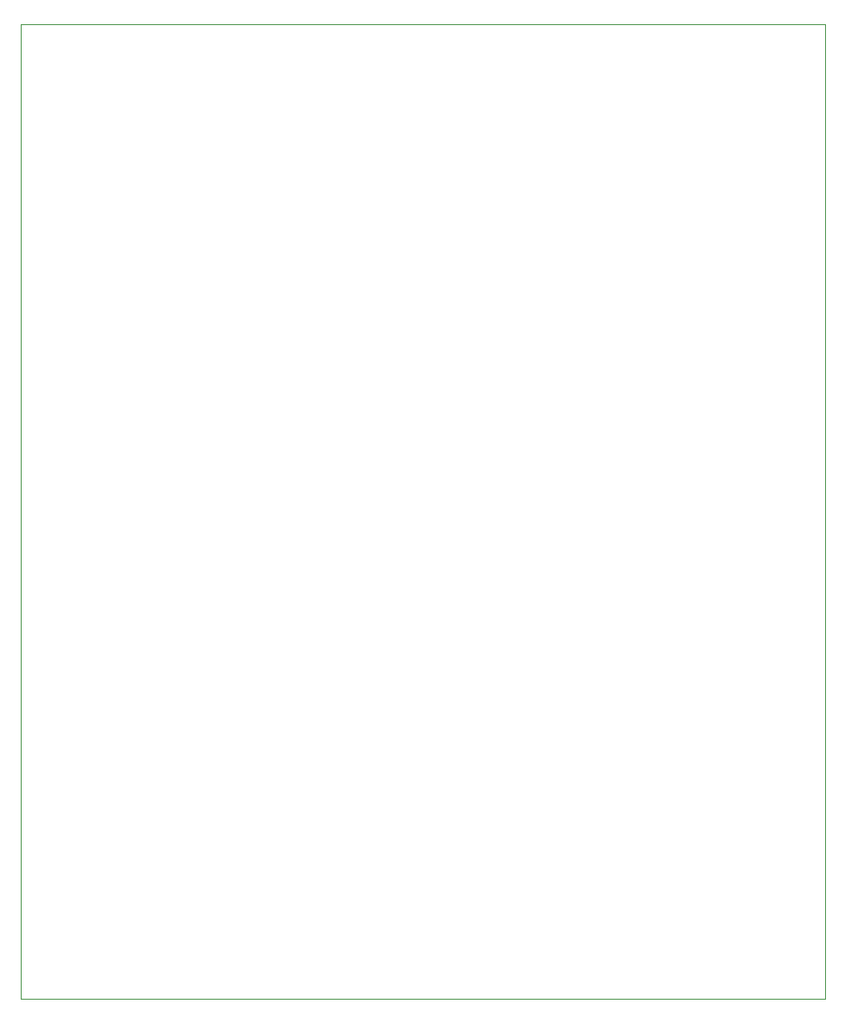
<source format=gbr>
%TF.GenerationSoftware,KiCad,Pcbnew,(5.1.7)-1*%
%TF.CreationDate,2021-03-20T09:03:10+03:00*%
%TF.ProjectId,mini_keyboard,6d696e69-5f6b-4657-9962-6f6172642e6b,v0.1*%
%TF.SameCoordinates,Original*%
%TF.FileFunction,Profile,NP*%
%FSLAX46Y46*%
G04 Gerber Fmt 4.6, Leading zero omitted, Abs format (unit mm)*
G04 Created by KiCad (PCBNEW (5.1.7)-1) date 2021-03-20 09:03:10*
%MOMM*%
%LPD*%
G01*
G04 APERTURE LIST*
%TA.AperFunction,Profile*%
%ADD10C,0.050000*%
%TD*%
G04 APERTURE END LIST*
D10*
X58420000Y-118745000D02*
X58420000Y-23368000D01*
X137160000Y-118745000D02*
X58420000Y-118745000D01*
X137160000Y-23368000D02*
X137160000Y-118745000D01*
X58420000Y-23368000D02*
X137160000Y-23368000D01*
M02*

</source>
